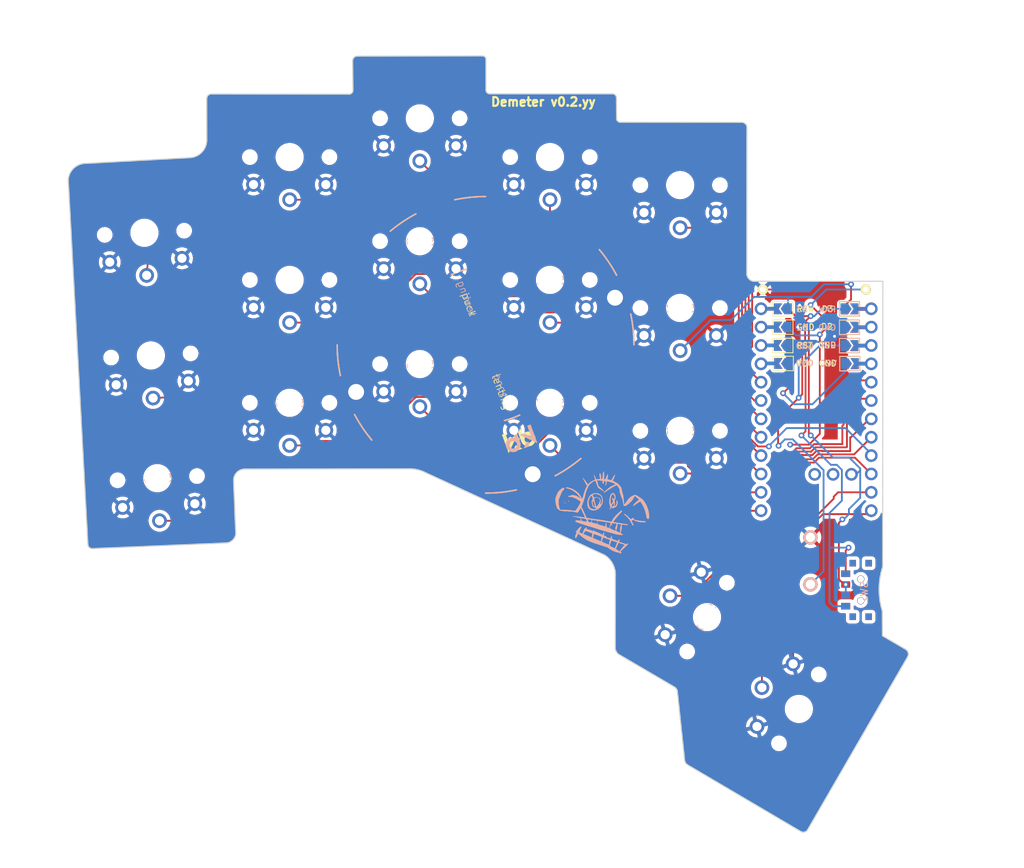
<source format=kicad_pcb>
(kicad_pcb (version 20241229) (generator "pcbnew") (generator_version "9.0")
  (layers (0 "F.Cu" signal) (2 "B.Cu" signal) (13 "F.Paste" user) (15 "B.Paste" user) (5 "F.SilkS" user "F.Silkscreen") (7 "B.SilkS" user "B.Silkscreen") (1 "F.Mask" user) (3 "B.Mask" user) (25 "Edge.Cuts" user))
  (net 0 "")
  (net 1 "BT+")
  (net 2 "gnd")
  (net 3 "vcc")
  (net 4 "Switch18")
  (net 5 "reset")
  (net 6 "Switch1")
  (net 7 "Switch2")
  (net 8 "Switch3")
  (net 9 "Switch4")
  (net 10 "Switch5")
  (net 11 "Switch6")
  (net 12 "Switch7")
  (net 13 "Switch8")
  (net 14 "Switch9")
  (net 15 "Switch10")
  (net 16 "Switch11")
  (net 17 "Switch12")
  (net 18 "Switch13")
  (net 19 "Switch14")
  (net 20 "Switch15")
  (net 21 "Switch16")
  (net 22 "Switch17")
  (net 23 "raw")
  (footprint "kbd:1pin_conn_min" (layer "F.Cu") (at 183.571918 77.344)
    (property "Reference" "Bat+1" (hide yes))
    (property "Value" "MountingHole_Pad" (hide yes))
  )
  (footprint "kbd:1pin_conn_min" (layer "F.Cu") (at 169.347918 77.344)
    (property "Reference" "BatGND1" (hide yes))
    (property "Value" "MountingHole_Pad" (hide yes))
  )
  (footprint "Kailh:SW_PG1350_rev_DPB2.2" (layer "F.Cu") (at 83.824561 69.496826 3)
    (property "Reference" "SW2" (hide yes))
    (property "Value" "SW_Push" (hide yes))
  )
  (footprint "Kailh:SW_PG1350_rev_DPB2.2" (layer "F.Cu") (at 103.91 59.02)
    (property "Reference" "SW3" (hide yes))
    (property "Value" "SW_Push" (hide yes))
  )
  (footprint "Kailh:SW_PG1350_rev_DPB2.2" (layer "F.Cu") (at 121.91 53.66)
    (property "Reference" "SW4" (hide yes))
    (property "Value" "SW_Push" (hide yes))
  )
  (footprint "Kailh:SW_PG1350_rev_DPB2.2" (layer "F.Cu") (at 139.91 59.02)
    (property "Reference" "SW5" (hide yes))
    (property "Value" "SW_Push" (hide yes))
  )
  (footprint "Kailh:SW_PG1350_rev_DPB2.2" (layer "F.Cu") (at 157.91 62.9)
    (property "Reference" "SW6" (hide yes))
    (property "Value" "SW_Push" (hide yes))
  )
  (footprint "Kailh:SW_PG1350_rev_DPB2.2" (layer "F.Cu") (at 84.714271 86.473528 3)
    (property "Reference" "SW8" (hide yes))
    (property "Value" "SW_Push" (hide yes))
  )
  (footprint "Kailh:SW_PG1350_rev_DPB2.2" (layer "F.Cu") (at 103.91 76.02)
    (property "Reference" "SW9" (hide yes))
    (property "Value" "SW_Push" (hide yes))
  )
  (footprint "Kailh:SW_PG1350_rev_DPB2.2" (layer "F.Cu") (at 121.91 70.66)
    (property "Reference" "SW10" (hide yes))
    (property "Value" "SW_Push" (hide yes))
  )
  (footprint "Kailh:SW_PG1350_rev_DPB2.2" (layer "F.Cu") (at 139.91 76.02)
    (property "Reference" "SW11" (hide yes))
    (property "Value" "SW_Push" (hide yes))
  )
  (footprint "Kailh:SW_PG1350_rev_DPB2.2" (layer "F.Cu") (at 157.91 79.9)
    (property "Reference" "SW12" (hide yes))
    (property "Value" "SW_Push" (hide yes))
  )
  (footprint "Kailh:SW_PG1350_rev_DPB2.2" (layer "F.Cu") (at 85.603983 103.45023 3)
    (property "Reference" "SW14" (hide yes))
    (property "Value" "SW_Push" (hide yes))
  )
  (footprint "Kailh:SW_PG1350_rev_DPB2.2" (layer "F.Cu") (at 103.91 93.02)
    (property "Reference" "SW15" (hide yes))
    (property "Value" "SW_Push" (hide yes))
  )
  (footprint "Kailh:SW_PG1350_rev_DPB2.2" (layer "F.Cu") (at 121.91 87.66)
    (property "Reference" "SW16" (hide yes))
    (property "Value" "SW_Push" (hide yes))
  )
  (footprint "Kailh:SW_PG1350_rev_DPB2.2" (layer "F.Cu") (at 139.91 93.02)
    (property "Reference" "SW17" (hide yes))
    (property "Value" "SW_Push" (hide yes))
  )
  (footprint "Kailh:SW_PG1350_rev_DPB2.2" (layer "F.Cu") (at 157.91 96.9)
    (property "Reference" "SW18" (hide yes))
    (property "Value" "SW_Push" (hide yes))
  )
  (footprint "Kailh:SW_PG1350_rev_DPB2.2" (layer "F.Cu") (at 161.624075 122.677892 -120)
    (property "Reference" "SW20" (hide yes))
    (property "Value" "SW_Push" (hide yes))
  )
  (footprint "Kailh:SW_PG1350_15_reversible_b2V2" (layer "F.Cu") (at 174.324075 135.377892 -120)
    (property "Reference" "SW21" (hide yes))
    (property "Value" "SW_Push" (hide yes))
  )
  (footprint "Kailh:SPDT_C128955" (layer "F.Cu") (at 182.88 118.916037 -90)
    (property "Reference" "SW_POWER1" (hide yes))
    (property "Value" "SW_SPDT")
  )
  (footprint "kbd:ProMicroSimpleJumperDPBnn2" (layer "F.Cu") (at 178.745918 91.948)
    (property "Reference" "U1" (hide yes))
    (property "Value" "ProMicro-kbd" (hide yes))
  )
  (footprint "TentingPuck:TentingPuck three hole" (layer "F.Cu") (at 131 85 20)
    (property "Reference" "REF**" (hide yes))
    (property "Value" "Tenting Puck" (hide yes))
  )
  (footprint "kbd:ResetSW" (layer "B.Cu") (at 175.925 114.89 90)
    (property "Reference" "RSW1" (hide yes))
    (property "Value" "SW_Push")
  )
  (footprint "Images:monkey silkscreen" (layer "B.Cu") (at 147 108 158)
    (property "Reference" "G***" (hide yes))
    (property "Value" "LOGO" (hide yes))
  )
  (footprint "Kailh:SPDT_C128955r" (layer "B.Cu") (at 182.857195 118.912129 90)
    (property "Reference" "SW2")
    (property "Value" "SW_SPDT")
  )
  (gr_line (start 92.434593 50.911574) (end 92.446098 56.582542) (stroke (width 0.15)) (layer "Edge.Cuts"))
  (gr_line (start 167.152226 54.98124) (end 167.132 75.098515) (stroke (width 0.15)) (layer "Edge.Cuts"))
  (gr_line (start 122.85 102.76) (end 147.46 114.09) (stroke (width 0.15)) (layer "Edge.Cuts"))
  (gr_arc (start 131.564 50.264) (mid 131.210447 50.117553) (end 131.064 49.764) (stroke (width 0.15)) (layer "Edge.Cuts"))
  (gr_arc (start 130.564 45.014) (mid 130.917553 45.160447) (end 131.064 45.514) (stroke (width 0.15)) (layer "Edge.Cuts"))
  (gr_line (start 76.001082 112.569869) (end 73.288472 62.196856) (stroke (width 0.15)) (layer "Edge.Cuts"))
  (gr_arc (start 185.868101 121.827278) (mid 185.42487 118.778881) (end 185.911057 115.737038) (stroke (width 0.15)) (layer "Edge.Cuts"))
  (gr_line (start 149.41 127.83) (end 157.180696 132.38388) (stroke (width 0.15)) (layer "Edge.Cuts"))
  (gr_line (start 112.656447 49.806447) (end 112.614589 45.671567) (stroke (width 0.15)) (layer "Edge.Cuts"))
  (gr_line (start 148.574 50.264) (end 131.564 50.264) (stroke (width 0.15)) (layer "Edge.Cuts"))
  (gr_line (start 95.212469 112.409054) (end 76.632508 113.194884) (stroke (width 0.15)) (layer "Edge.Cuts"))
  (gr_arc (start 148.574 50.264) (mid 148.945918 50.432896) (end 149.098 50.812) (stroke (width 0.15)) (layer "Edge.Cuts"))
  (gr_line (start 130.564 45.014) (end 113.254589 45.041567) (stroke (width 0.15)) (layer "Edge.Cuts"))
  (gr_arc (start 166.49 54.22) (mid 166.977781 54.464323) (end 167.152226 54.98124) (stroke (width 0.15)) (layer "Edge.Cuts"))
  (gr_line (start 112.156447 50.306447) (end 93.074593 50.281574) (stroke (width 0.15)) (layer "Edge.Cuts"))
  (gr_line (start 175.49 152.180001) (end 189.38 128.15) (stroke (width 0.15)) (layer "Edge.Cuts"))
  (gr_arc (start 96.16 103.73) (mid 96.615058 102.63798) (end 97.71 102.19) (stroke (width 0.15)) (layer "Edge.Cuts"))
  (gr_line (start 96.46 111.19) (end 96.16 103.73) (stroke (width 0.15)) (layer "Edge.Cuts"))
  (gr_arc (start 120.5 102.16) (mid 121.712838 102.311802) (end 122.85 102.76) (stroke (width 0.15)) (layer "Edge.Cuts"))
  (gr_arc (start 112.656447 49.806447) (mid 112.51 50.16) (end 112.156447 50.306447) (stroke (width 0.15)) (layer "Edge.Cuts"))
  (gr_arc (start 92.434593 50.911574) (mid 92.63 50.47) (end 93.074593 50.281574) (stroke (width 0.15)) (layer "Edge.Cuts"))
  (gr_arc (start 168.026236 76.197223) (mid 167.368638 75.819177) (end 167.132 75.098515) (stroke (width 0.15)) (layer "Edge.Cuts"))
  (gr_line (start 185.868101 121.827278) (end 185.88305 125.2612) (stroke (width 0.15)) (layer "Edge.Cuts"))
  (gr_arc (start 175.49 152.180001) (mid 175.108624 152.419527) (end 174.66 152.38) (stroke (width 0.15)) (layer "Edge.Cuts"))
  (gr_arc (start 76.632508 113.194884) (mid 76.182353 113.018182) (end 76.001082 112.569869) (stroke (width 0.15)) (layer "Edge.Cuts"))
  (gr_line (start 166.49 54.22) (end 149.618226 54.19924) (stroke (width 0.15)) (layer "Edge.Cuts"))
  (gr_line (start 90.188006 59.092542) (end 75.756732 59.893213) (stroke (width 0.15)) (layer "Edge.Cuts"))
  (gr_line (start 148.95 116.89) (end 148.94 126.79) (stroke (width 0.15)) (layer "Edge.Cuts"))
  (gr_arc (start 92.446098 56.582542) (mid 91.82 58.29) (end 90.188006 59.092542) (stroke (width 0.15)) (layer "Edge.Cuts"))
  (gr_arc (start 96.46 111.19) (mid 96.038698 112.00672) (end 95.212469 112.409054) (stroke (width 0.15)) (layer "Edge.Cuts"))
  (gr_arc (start 147.46 114.09) (mid 148.574758 115.293232) (end 148.95 116.89) (stroke (width 0.15)) (layer "Edge.Cuts"))
  (gr_arc (start 157.180696 132.38388) (mid 157.386799 132.597964) (end 157.510136 132.868323) (stroke (width 0.15)) (layer "Edge.Cuts"))
  (gr_arc (start 149.41 127.83) (mid 149.038223 127.371816) (end 148.94 126.79) (stroke (width 0.15)) (layer "Edge.Cuts"))
  (gr_arc (start 73.288472 62.196856) (mid 74.061003 60.550446) (end 75.756732 59.893213) (stroke (width 0.15)) (layer "Edge.Cuts"))
  (gr_line (start 189.06 127.11) (end 185.88305 125.2612) (stroke (width 0.15)) (layer "Edge.Cuts"))
  (gr_arc (start 112.614589 45.671567) (mid 112.81 45.23) (end 113.254589 45.041567) (stroke (width 0.15)) (layer "Edge.Cuts"))
  (gr_line (start 185.936622 76.202776) (end 168.026236 76.197223) (stroke (width 0.15)) (layer "Edge.Cuts"))
  (gr_line (start 149.118226 53.69924) (end 149.098 50.812) (stroke (width 0.15)) (layer "Edge.Cuts"))
  (gr_line (start 185.936622 76.202776) (end 185.911057 115.737038) (stroke (width 0.15)) (layer "Edge.Cuts"))
  (gr_arc (start 189.06 127.11) (mid 189.433894 127.564186) (end 189.38 128.15) (stroke (width 0.15)) (layer "Edge.Cuts"))
  (gr_arc (start 158.918624 143.109539) (mid 158.654126 142.831891) (end 158.528624 142.469539) (stroke (width 0.15)) (layer "Edge.Cuts"))
  (gr_arc (start 149.618226 54.19924) (mid 149.264673 54.052793) (end 149.118226 53.69924) (stroke (width 0.15)) (layer "Edge.Cuts"))
  (gr_line (start 97.71 102.19) (end 120.5 102.16) (stroke (width 0.15)) (layer "Edge.Cuts"))
  (gr_line (start 157.510136 132.868323) (end 158.528624 142.469539) (stroke (width 0.15)) (layer "Edge.Cuts"))
  (gr_line (start 131.064 49.764) (end 131.064 45.514) (stroke (width 0.15)) (layer "Edge.Cuts"))
  (gr_line (start 158.918624 143.109539) (end 174.66 152.38) (stroke (width 0.15)) (layer "Edge.Cuts"))
  (gr_text "Demeter v0.2.yy" (at 131.59 52.09 0) (layer "F.SilkS") (effects (font (size 1.2 1.2) (thickness 0.3) (bold yes)) (justify left bottom)))
  (segment (start 180.805 118.166037) (end 180.58 118.166037) (width 0.25) (layer "F.Cu") (net 1))
  (segment (start 179.855 117.441037) (end 179.855 109.634918) (width 0.25) (layer "F.Cu") (net 1))
  (segment (start 175.697918 97.2615) (end 175.697918 83.058) (width 0.25) (layer "F.Cu") (net 1))
  (segment (start 175.697918 83.058) (end 177.475918 81.28) (width 0.25) (layer "F.Cu") (net 1))
  (segment (start 177.475918 81.28) (end 177.475918 81.026) (width 0.25) (layer "F.Cu") (net 1))
  (segment (start 180.58 118.166037) (end 179.855 117.441037) (width 0.25) (layer "F.Cu") (net 1))
  (segment (start 179.855 109.634918) (end 180.34 109.149918) (width 0.25) (layer "F.Cu") (net 1))
  (segment (start 177.475918 81.026) (end 175.951918 79.502) (width 0.25) (layer "F.Cu") (net 1))
  (segment (start 175.972418 97.536) (end 175.697918 97.2615) (width 0.25) (layer "F.Cu") (net 1))
  (via (at 180.34 109.149918) (size 0.8) (drill 0.4) (layers "F.Cu" "B.Cu") (net 1))
  (via (at 175.951918 79.502) (size 0.8) (drill 0.4) (layers "F.Cu" "B.Cu") (net 1))
  (via (at 175.972418 97.536) (size 0.8) (drill 0.4) (layers "F.Cu" "B.Cu") (net 1))
  (via (at 180.805 118.166037) (size 0.8) (drill 0.4) (layers "F.Cu" "B.Cu") (net 1))
  (segment (start 179.020418 100.584) (end 181.285918 100.584) (width 0.25) (layer "B.Cu") (net 1))
  (segment (start 181.285918 100.584) (end 182.809918 102.108) (width 0.25) (layer "B.Cu") (net 1))
  (segment (start 175.972418 97.536) (end 179.020418 100.584) (width 0.25) (layer "B.Cu") (net 1))
  (segment (start 182.809918 105.41) (end 182.809918 105.664) (width 0.25) (layer "B.Cu") (net 1))
  (segment (start 182.809918 102.36) (end 182.809918 105.41) (width 0.25) (layer "B.Cu") (net 1))
  (segment (start 182.809918 106.172) (end 182.809918 105.41) (width 0.25) (layer "B.Cu") (net 1))
  (segment (start 180.805 119.639324) (end 180.782195 119.662129) (width 0.25) (layer "B.Cu") (net 1))
  (segment (start 180.534 109.149918) (end 181.247 108.436918) (width 0.25) (layer "B.Cu") (net 1))
  (segment (start 181.247 107.734918) (end 182.809918 106.172) (width 0.25) (layer "B.Cu") (net 1))
  (segment (start 180.34 109.149918) (end 180.534 109.149918) (width 0.25) (layer "B.Cu") (net 1))
  (segment (start 182.251918 102.918) (end 182.809918 102.36) (width 0.25) (layer "B.Cu") (net 1))
  (segment (start 181.247 108.436918) (end 181.247 107.734918) (width 0.25) (layer "B.Cu") (net 1))
  (segment (start 183.571918 77.344) (end 178.109918 77.344) (width 0.25) (layer "B.Cu") (net 1))
  (segment (start 178.109918 77.344) (end 175.951918 79.502) (width 0.25) (layer "B.Cu") (net 1))
  (segment (start 182.809918 102.108) (end 182.809918 102.36) (width 0.25) (layer "B.Cu") (net 1))
  (segment (start 181.595918 102.918) (end 182.251918 102.918) (width 0.25) (layer "B.Cu") (net 1))
  (segment (start 180.805 118.166037) (end 180.805 119.639324) (width 0.25) (layer "B.Cu") (net 1))
  (segment (start 180.615918 85.128) (end 180.660918 85.173) (width 0.25) (layer "F.Cu") (net 2))
  (segment (start 174.427918 79.248) (end 174.427918 79.502) (width 0.25) (layer "F.Cu") (net 2))
  (segment (start 173.533178 114.031822) (end 173.533178 129.147765) (width 0.25) (layer "F.Cu") (net 2))
  (segment (start 169.347918 77.344) (end 172.523918 77.344) (width 0.25) (layer "F.Cu") (net 2))
  (segment (start 172.523918 77.344) (end 174.427918 79.248) (width 0.25) (layer "F.Cu") (net 2))
  (segment (start 180.615918 85.128) (end 180.561918 85.128) (width 0.25) (layer "F.Cu") (net 2))
  (segment (start 175.925 111.64) (end 173.533178 114.031822) (width 0.25) (layer "F.Cu") (net 2))
  (segment (start 172.840918 82.548) (end 174.171918 82.548) (width 0.25) (layer "F.Cu") (net 2))
  (segment (start 180.660918 85.173) (end 180.660918 87.618) (width 0.25) (layer "F.Cu") (net 2))
  (segment (start 180.561918 85.128) (end 179.253918 83.82) (width 0.25) (layer "F.Cu") (net 2))
  (via (at 179.253918 83.82) (size 0.8) (drill 0.4) (layers "F.Cu" "B.Cu") (net 2))
  (via (at 174.427918 79.502) (size 0.8) (drill 0.4) (layers "F.Cu" "B.Cu") (net 2))
  (via (at 174.171918 82.548) (size 0.8) (drill 0.4) (layers "F.Cu" "B.Cu") (net 2))
  (segment (start 161.894001 99.684001) (end 162.91 100.7) (width 0.25) (layer "B.Cu") (net 2))
  (segment (start 174.171918 82.548) (end 177.981918 82.548) (width 0.25) (layer "B.Cu") (net 2))
  (segment (start 174.171918 82.548) (end 174.171918 79.758) (width 0.25) (layer "B.Cu") (net 2))
  (segment (start 180.525918 82.548) (end 179.253918 83.82) (width 0.25) (layer "B.Cu") (net 2))
  (segment (start 172.860918 85.133) (end 172.815918 85.088) (width 0.25) (layer "B.Cu") (net 2))
  (segment (start 172.860918 87.578) (end 172.860918 85.133) (width 0.25) (layer "B.Cu") (net 2))
  (segment (start 174.171918 79.758) (end 174.427918 79.502) (width 0.25) (layer "B.Cu") (net 2))
  (segment (start 161.894001 84.715999) (end 161.894001 99.684001) (width 0.25) (layer "B.Cu") (net 2))
  (segment (start 177.981918 82.548) (end 179.253918 83.82) (width 0.25) (layer "B.Cu") (net 2))
  (segment (start 178.491918 84.582) (end 173.321918 84.582) (width 0.25) (layer "B.Cu") (net 2))
  (segment (start 173.321918 84.582) (end 172.815918 85.088) (width 0.25) (layer "B.Cu") (net 2))
  (segment (start 180.590918 82.548) (end 180.525918 82.548) (width 0.25) (layer "B.Cu") (net 2))
  (segment (start 179.253918 83.82) (end 178.491918 84.582) (width 0.25) (layer "B.Cu") (net 2))
  (segment (start 162.91 83.7) (end 161.894001 84.715999) (width 0.25) (layer "B.Cu") (net 2))
  (segment (start 172.885918 90.95) (end 172.141918 91.694) (width 0.25) (layer "F.Cu") (net 3))
  (segment (start 172.885918 87.578) (end 172.885918 90.95) (width 0.25) (layer "F.Cu") (net 3))
  (via (at 172.141918 91.694) (size 0.8) (drill 0.4) (layers "F.Cu" "B.Cu") (net 3))
  (segment (start 176.205918 93.218) (end 173.665918 93.218) (width 0.25) (layer "B.Cu") (net 3))
  (segment (start 180.635918 88.788) (end 176.205918 93.218) (width 0.25) (layer "B.Cu") (net 3))
  (segment (start 180.635918 87.578) (end 180.635918 88.788) (width 0.25) (layer "B.Cu") (net 3))
  (segment (start 173.665918 93.218) (end 172.141918 91.694) (width 0.25) (layer "B.Cu") (net 3))
  (segment (start 175.727723 98.806) (end 177.221918 97.311805) (width 0.25) (layer "F.Cu") (net 4))
  (segment (start 177.221918 97.311805) (end 177.221918 83.566) (width 0.25) (layer "F.Cu") (net 4))
  (segment (start 177.221918 83.566) (end 178.199918 82.588) (width 0.25) (layer "F.Cu") (net 4))
  (segment (start 178.199918 82.588) (end 180.615918 82.588) (width 0.25) (layer "F.Cu") (net 4))
  (segment (start 173.120418 98.806) (end 175.727723 98.806) (width 0.25) (layer "F.Cu") (net 4))
  (via (at 177.221918 83.566) (size 0.8) (drill 0.4) (layers "F.Cu" "B.Cu") (net 4))
  (via (at 173.120418 98.806) (size 0.8) (drill 0.4) (layers "F.Cu" "B.Cu") (net 4))
  (segment (start 176.967918 83.566) (end 176.840918 83.693) (width 0.25) (layer "B.Cu") (net 4))
  (segment (start 173.960918 83.693) (end 172.815918 82.548) (width 0.25) (layer "B.Cu") (net 4))
  (segment (start 176.840918 83.693) (end 173.960918 83.693) (width 0.25) (layer "B.Cu") (net 4))
  (segment (start 177.221918 83.566) (end 176.967918 83.566) (width 0.25) (layer "B.Cu") (net 4))
  (segment (start 171.45 95.179918) (end 174.300918 92.329) (width 0.25) (layer "F.Cu") (net 5))
  (segment (start 174.797918 91.832) (end 174.300918 92.329) (width 0.25) (layer "F.Cu") (net 5))
  (segment (start 173.663918 85.088) (end 174.797918 86.222) (width 0.25) (layer "F.Cu") (net 5))
  (segment (start 171.45 98.89) (end 171.45 95.179918) (width 0.25) (layer "F.Cu") (net 5))
  (segment (start 174.797918 86.222) (end 174.797918 91.832) (width 0.25) (layer "F.Cu") (net 5))
  (segment (start 172.840918 85.088) (end 173.663918 85.088) (width 0.25) (layer "F.Cu") (net 5))
  (segment (start 171.52 98.96) (end 171.45 98.89) (width 0.25) (layer "F.Cu") (net 5))
  (via (at 174.300918 92.329) (size 0.8) (drill 0.4) (layers "F.Cu" "B.Cu") (net 5))
  (via (at 171.52 98.96) (size 0.8) (drill 0.4) (layers "F.Cu" "B.Cu") (net 5))
  (segment (start 171.52 98.96) (end 172.399 98.081) (width 0.25) (layer "B.Cu") (net 5))
  (segment (start 177.74 116.325) (end 175.925 118.14) (width 0.25) (layer "B.Cu") (net 5))
  (segment (start 173.481 98.081) (end 177.74 102.34) (width 0.25) (layer "B.Cu") (net 5))
  (segment (start 172.399 98.081) (end 173.481 98.081) (width 0.25) (layer "B.Cu") (net 5))
  (segment (start 177.74 102.34) (end 177.74 116.325) (width 0.25) (layer "B.Cu") (net 5))
  (segment (start 177.223918 85.088) (end 174.300918 88.011) (width 0.25) (layer "B.Cu") (net 5))
  (segment (start 180.590918 85.088) (end 177.223918 85.088) (width 0.25) (layer "B.Cu") (net 5))
  (segment (start 174.300918 88.011) (end 174.300918 92.329) (width 0.25) (layer "B.Cu") (net 5))
  (segment (start 165.862 84.328) (end 165.1 85.09) (width 0.25) (layer "F.Cu") (net 6))
  (segment (start 86.966298 71.035103) (end 91.249936 71.409873) (width 0.25) (layer "F.Cu") (net 6))
  (segment (start 133.615833 65.36952) (end 138.884874 70.63856) (width 0.25) (layer "F.Cu") (net 6))
  (segment (start 112.268 65.36952) (end 133.615833 65.36952) (width 0.25) (layer "F.Cu") (net 6))
  (segment (start 165.390594 91.911406) (end 165.437078 91.911406) (width 0.25) (layer "F.Cu") (net 6))
  (segment (start 165.122 91.642812) (end 165.390594 91.911406) (width 0.25) (layer "F.Cu") (net 6))
  (segment (start 84.319965 73.255641) (end 86.966298 71.035103) (width 0.25) (layer "F.Cu") (net 6))
  (segment (start 104.83628 72.15876) (end 105.47876 72.15876) (width 0.25) (layer "F.Cu") (net 6))
  (segment (start 91.249936 71.409873) (end 91.868082 72.146551) (width 0.25) (layer "F.Cu") (net 6))
  (segment (start 168.669023 99.06) (end 170.18 99.06) (width 0.25) (layer "F.Cu") (net 6))
  (segment (start 152.07 74.17) (end 161.8 74.17) (width 0.25) (layer "F.Cu") (net 6))
  (segment (start 165.1 85.09) (end 165.1 86.21344) (width 0.25) (layer "F.Cu") (net 6))
  (segment (start 166.01344 78.38344) (end 166.01344 84.328) (width 0.25) (layer "F.Cu") (net 6))
  (segment (start 104.824071 72.146551) (end 104.83628 72.15876) (width 0.25) (layer "F.Cu") (net 6))
  (segment (start 166.622604 93.096932) (end 166.622604 97.013581) (width 0.25) (layer "F.Cu") (net 6))
  (segment (start 166.01344 84.328) (end 165.862 84.328) (width 0.25) (layer "F.Cu") (net 6))
  (segment (start 84.133343 75.38874) (end 84.319965 73.255641) (width 0.25) (layer "F.Cu") (net 6))
  (segment (start 166.622604 97.013581) (end 168.669023 99.06) (width 0.25) (layer "F.Cu") (net 6))
  (segment (start 91.868082 72.146551) (end 104.824071 72.146551) (width 0.25) (layer "F.Cu") (net 6))
  (segment (start 105.47876 72.15876) (end 112.268 65.36952) (width 0.25) (layer "F.Cu") (net 6))
  (segment (start 161.8 74.17) (end 166.01344 78.38344) (width 0.25) (layer "F.Cu") (net 6))
  (segment (start 165.1 86.21344) (end 165.122 86.23544) (width 0.25) (layer "F.Cu") (net 6))
  (segment (start 165.122 86.23544) (end 165.122 91.642812) (width 0.25) (layer "F.Cu") (net 6))
  (segment (start 165.437078 91.911406) (end 166.622604 93.096932) (width 0.25) (layer "F.Cu") (net 6))
  (segment (start 138.884874 70.63856) (end 148.53856 70.63856) (width 0.25) (layer "F.Cu") (net 6))
  (segment (start 148.53856 70.63856) (end 152.07 74.17) (width 0.25) (layer "F.Cu") (net 6))
  (via (at 170.18 99.06) (size 0.8) (drill 0.4) (layers "F.Cu" "B.Cu") (net 6))
  (segment (start 170.109918 99.06) (end 172.649918 96.52) (width 0.25) (layer "B.Cu") (net 6))
  (segment (start 180.769318 96.52) (end 184.325318 100.076) (width 0.25) (layer "B.Cu") (net 6))
  (segment (start 172.649918 96.52) (end 180.769318 96.52) (width 0.25) (layer "B.Cu") (net 6))
  (segment (start 166.46344 78.16) (end 166.46344 84.582) (width 0.25) (layer "F.Cu") (net 7))
  (segment (start 152.256396 73.72) (end 148.724956 70.18856) (width 0.25) (layer "F.Cu") (net 7))
  (segment (start 166.46344 84.582) (end 166.145242 84.900198) (width 0.25) (layer "F.Cu") (net 7))
  (segment (start 139.444823 70.18904) (end 139.445303 70.18856) (width 0.25) (layer "F.Cu") (net 7))
  (segment (start 103.91 64.92) (end 133.802031 64.92) (width 0.25) (layer "F.Cu") (net 7))
  (segment (start 161.55 73.72) (end 161.986396 73.72) (width 0.25) (layer "F.Cu") (net 7))
  (segment (start 139.071071 70.18904) (end 139.444823 70.18904) (width 0.25) (layer "F.Cu") (net 7))
  (segment (start 167.098959 95.791041) (end 169.095918 97.788) (width 0.25) (layer "F.Cu") (net 7))
  (segment (start 165.618484 91.456416) (end 167.098959 92.936891) (width 0.25) (layer "F.Cu") (net 7))
  (segment (start 148.724956 70.18856) (end 139.445303 70.18856) (width 0.25) (layer "F.Cu") (net 7))
  (segment (start 165.572 85.254396) (end 165.572 91.456416) (width 0.25) (layer "F.Cu") (net 7))
  (segment (start 166.426396 78.16) (end 166.46344 78.16) (width 0.25) (layer "F.Cu") (net 7))
  (segment (start 166.145242 84.900198) (end 165.926198 84.900198) (width 0.25) (layer "F.Cu") (net 7))
  (segment (start 165.572 91.456416) (end 165.618484 91.456416) (width 0.25) (layer "F.Cu") (net 7))
  (segment (start 161.91 73.72) (end 161.55 73.72) (width 0.25) (layer "F.Cu") (net 7))
  (segment (start 161.55 73.72) (end 152.256396 73.72) (width 0.25) (layer "F.Cu") (net 7))
  (segment (start 167.098959 92.936891) (end 167.098959 95.791041) (width 0.25) (layer "F.Cu") (net 7))
  (segment (start 161.986396 73.72) (end 166.426396 78.16) (width 0.25) (layer "F.Cu") (net 7))
  (segment (start 133.802031 64.92) (end 139.071071 70.18904) (width 0.25) (layer "F.Cu") (net 7))
  (segment (start 165.926198 84.900198) (end 165.572 85.254396) (width 0.25) (layer "F.Cu") (net 7))
  (segment (start 166.022 85.659836) (end 166.022 91.186) (width 0.25) (layer "F.Cu") (net 8))
  (segment (start 166.845836 84.836) (end 166.022 85.659836) (width 0.25) (layer "F.Cu") (net 8))
  (segment (start 167.606959 93.759041) (end 169.095918 95.248) (width 0.25) (layer "F.Cu") (net 8))
  (segment (start 167.64 93.726) (end 167.606959 93.759041) (width 0.25) (layer "F.Cu") (net 8))
  (segment (start 152.442792 73.27) (end 162.494396 73.27) (width 0.25) (layer "F.Cu") (net 8))
  (segment (start 166.022 91.186) (end 167.64 92.804) (width 0.25) (layer "F.Cu") (net 8))
  (segment (start 162.494396 73.27) (end 163.652198 74.427802) (width 0.25) (layer "F.Cu") (net 8))
  (segment (start 133.988427 64.47) (end 139.257947 69.73952) (width 0.25) (layer "F.Cu") (net 8))
  (segment (start 126.82 64.47) (end 133.988427 64.47) (width 0.25) (layer "F.Cu") (net 8))
  (segment (start 166.936 77.711604) (end 166.936 84.836) (width 0.25) (layer "F.Cu") (net 8))
  (segment (start 139.258907 69.73856) (end 148.911352 69.73856) (width 0.25) (layer "F.Cu") (net 8))
  (segment (start 167.64 92.804) (end 167.64 93.726) (width 0.25) (layer "F.Cu") (net 8))
  (segment (start 148.911352 69.73856) (end 152.442792 73.27) (width 0.25) (layer "F.Cu") (net 8))
  (segment (start 139.257947 69.73952) (end 139.258907 69.73856) (width 0.25) (layer "F.Cu") (net 8))
  (segment (start 163.652198 74.427802) (end 166.936 77.711604) (width 0.25) (layer "F.Cu") (net 8))
  (segment (start 166.936 84.836) (end 166.845836 84.836) (width 0.25) (layer "F.Cu") (net 8))
  (segment (start 121.91 59.56) (end 126.82 64.47) (width 0.25) (layer "F.Cu") (net 8))
  (segment (start 166.472 90.999604) (end 168.180396 92.708) (width 0.25) (layer "F.Cu") (net 9))
  (segment (start 149.097748 69.28856) (end 142.20856 69.28856) (width 0.25) (layer "F.Cu") (net 9))
  (segment (start 139.91 66.99) (end 139.91 64.92) (width 0.25) (layer "F.Cu") (net 9))
  (segment (start 142.20856 69.28856) (end 139.91 66.99) (width 0.25) (layer "F.Cu") (net 9))
  (segment (start 154.032 72.782) (end 154.03 72.78) (width 0.25) (layer "F.Cu") (net 9))
  (segment (start 162.778 72.782) (end 154.032 72.782) (width 0.25) (layer "F.Cu") (net 9))
  (segment (start 167.386 77.978) (end 167.386 85.09) (width 0.25) (layer "F.Cu") (net 9))
  (segment (start 153.99 72.82) (end 152.629188 72.82) (width 0.25) (layer "F.Cu") (net 9))
  (segment (start 154.03 72.78) (end 153.99 72.82) (width 0.25) (layer "F.Cu") (net 9))
  (segment (start 152.629188 72.82) (end 149.097748 69.28856) (width 0.25) (layer "F.Cu") (net 9))
  (segment (start 167.386 77.39) (end 167.386 77.978) (width 0.25) (layer "F.Cu") (net 9))
  (segment (start 162.778 72.782) (end 167.386 77.39) (width 0.25) (layer "F.Cu") (net 9))
  (segment (start 166.472 86.004) (end 166.472 90.999604) (width 0.25) (layer "F.Cu") (net 9))
  (segment (start 167.386 85.09) (end 166.472 86.004) (width 0.25) (layer "F.Cu") (net 9))
  (segment (start 168.180396 92.708) (end 169.095918 92.708) (width 0.25) (layer "F.Cu") (net 9))
  (segment (start 159.432396 68.8) (end 157.91 68.8) (width 0.25) (layer "F.Cu") (net 10))
  (segment (start 167.848396 77.216) (end 159.432396 68.8) (width 0.25) (layer "F.Cu") (net 10))
  (segment (start 167.86952 77.216) (end 167.848396 77.216) (width 0.25) (layer "F.Cu") (net 10))
  (segment (start 169.095918 90.168) (end 167.065918 88.138) (width 0.25) (layer "F.Cu") (net 10))
  (segment (start 167.86952 85.242876) (end 167.86952 77.216) (width 0.25) (layer "F.Cu") (net 10))
  (segment (start 166.922 88.138) (end 166.922 86.190396) (width 0.25) (layer "F.Cu") (net 10))
  (segment (start 166.922 86.190396) (end 167.86952 85.242876) (width 0.25) (layer "F.Cu") (net 10))
  (segment (start 167.065918 88.138) (end 166.922 88.138) (width 0.25) (layer "F.Cu") (net 10))
  (segment (start 164.672 91.829208) (end 166.060792 93.218) (width 0.25) (layer "F.Cu") (net 11))
  (segment (start 166.107276 93.218) (end 166.107276 97.339358) (width 0.25) (layer "F.Cu") (net 11))
  (segment (start 93.531815 90.511352) (end 91.741833 92.013326) (width 0.25) (layer "F.Cu") (net 11))
  (segment (start 163.161188 87.62) (end 164.672 89.130812) (width 0.25) (layer "F.Cu") (net 11))
  (segment (start 93.632037 88.485963) (end 102.616 79.502) (width 0.25) (layer "F.Cu") (net 11))
  (segment (start 141.978112 79.61896) (end 149.284198 86.925046) (width 0.25) (layer "F.Cu") (net 11))
  (segment (start 150.33 87.62) (end 163.161188 87.62) (width 0.25) (layer "F.Cu") (net 11))
  (segment (start 123.469969 74.749969) (end 126.095 77.375) (width 0.25) (layer "F.Cu") (net 11))
  (segment (start 126.095 77.375) (end 136.430717 77.375) (width 0.25) (layer "F.Cu") (net 11))
  (segment (start 138.674677 79.61896) (end 141.978112 79.61896) (width 0.25) (layer "F.Cu") (net 11))
  (segment (start 164.672 89.130812) (end 164.672 91.829208) (width 0.25) (layer "F.Cu") (net 11))
  (segment (start 166.060792 93.218) (end 166.107276 93.218) (width 0.25) (layer "F.Cu") (net 11))
  (segment (start 93.632037 89.365814) (end 93.632037 88.485963) (width 0.25) (layer "F.Cu") (net 11))
  (segment (start 121.168543 74.749969) (end 123.469969 74.749969) (width 0.25) (layer "F.Cu") (net 11))
  (segment (start 107.188 81.46048) (end 114.458032 81.46048) (width 0.25) (layer "F.Cu") (net 11))
  (segment (start 166.107276 97.339358) (end 169.095918 100.328) (width 0.25) (layer "F.Cu") (net 11))
  (segment (start 85.023054 92.365442) (end 91.741833 92.013326) (width 0.25) (layer "F.Cu") (net 11))
  (segment (start 136.430717 77.375) (end 138.674677 79.61896) (width 0.25) (layer "F.Cu") (net 11))
  (segment (start 149.284198 86.925046) (end 149.635046 86.925046) (width 0.25) (layer "F.Cu") (net 11))
  (segment (start 114.458032 81.46048) (end 121.168543 74.749969) (width 0.25) (layer "F.Cu") (net 11))
  (segment (start 102.616 79.502) (end 105.22952 79.502) (width 0.25) (layer "F.Cu") (net 11))
  (segment (start 105.22952 79.502) (end 107.188 81.46048) (width 0.25) (layer "F.Cu") (net 11))
  (segment (start 93.632037 89.365814) (end 93.531815 90.511352) (width 0.25) (layer "F.Cu") (net 11))
  (segment (start 149.635046 86.925046) (end 150.33 87.62) (width 0.25) (layer "F.Cu") (net 11))
  (segment (start 149.154566 87.430453) (end 149.794113 88.07) (width 0.25) (layer "F.Cu") (net 12))
  (segment (start 136.76 78.34) (end 138.48848 80.06848) (width 0.25) (layer "F.Cu") (net 12))
  (segment (start 167.299741 101.178259) (end 169.4294 103.307918) (width 0.25) (layer "F.Cu") (net 12))
  (segment (start 141.791914 80.06848) (end 149.098 87.374566) (width 0.25) (layer "F.Cu") (net 12))
  (segment (start 167.136304 101.014822) (end 167.299741 101.178259) (width 0.25) (layer "F.Cu") (net 12))
  (segment (start 164.222 89.317208) (end 164.222 92.015604) (width 0.25) (layer "F.Cu") (net 12))
  (segment (start 149.794113 88.07) (end 162.974792 88.07) (width 0.25) (layer "F.Cu") (net 12))
  (segment (start 136.652 78.232) (end 136.76 78.34) (width 0.25) (layer "F.Cu") (net 12))
  (segment (start 121.354741 75.199489) (end 122.903489 75.199489) (width 0.25) (layer "F.Cu") (net 12))
  (segment (start 125.529 77.825) (end 136.245 77.825) (width 0.25) (layer "F.Cu") (net 12))
  (segment (start 149.098 87.374566) (end 149.154566 87.374566) (width 0.25) (layer "F.Cu") (net 12))
  (segment (start 162.974792 88.07) (end 164.222 89.317208) (width 0.25) (layer "F.Cu") (net 12))
  (segment (start 165.657276 93.45088) (end 165.657276 99.535794) (width 0.25) (layer "F.Cu") (net 12))
  (segment (start 138.48848 80.06848) (end 141.791914 80.06848) (width 0.25) (layer "F.Cu") (net 12))
  (segment (start 164.222 92.015604) (end 165.657276 93.45088) (width 0.25) (layer "F.Cu") (net 12))
  (segment (start 103.91 81.92) (end 114.63423 81.92) (width 0.25) (layer "F.Cu") (net 12))
  (segment (start 114.63423 81.92) (end 121.354741 75.199489) (width 0.25) (layer "F.Cu") (net 12))
  (segment (start 122.903489 75.199489) (end 125.529 77.825) (width 0.25) (layer "F.Cu") (net 12))
  (segment (start 165.657276 99.535794) (end 167.299741 101.178259) (width 0.25) (layer "F.Cu") (net 12))
  (segment (start 136.245 77.825) (end 136.76 78.34) (width 0.25) (layer "F.Cu") (net 12))
  (segment (start 149.154566 87.374566) (end 149.154566 87.430453) (width 0.25) (layer "F.Cu") (net 12))
  (segment (start 138.76 80.51848) (end 138.302084 80.51848) (width 0.25) (layer "F.Cu") (net 13))
  (segment (start 138.302084 80.51848) (end 136.058604 78.275) (width 0.25) (layer "F.Cu") (net 13))
  (segment (start 141.605717 80.518) (end 149.607717 88.52) (width 0.25) (layer "F.Cu") (net 13))
  (segment (start 163.772 92.202) (end 165.207276 93.637276) (width 0.25) (layer "F.Cu") (net 13))
  (segment (start 165.207276 93.637276) (end 165.207276 103.011328) (width 0.25) (layer "F.Cu") (net 13))
  (segment (start 123.625 78.275) (end 121.91 76.56) (width 0.25) (layer "F.Cu") (net 13))
  (segment (start 167.603948 105.408) (end 169.095918 105.408) (width 0.25) (layer "F.Cu") (net 13))
  (segment (start 136.058604 78.275) (end 123.625 78.275) (width 0.25) (layer "F.Cu") (net 13))
  (segment (start 163.772 89.503604) (end 163.772 92.202) (width 0.25) (layer "F.Cu") (net 13))
  (segment (start 162.788396 88.52) (end 163.772 89.503604) (width 0.25) (layer "F.Cu") (net 13))
  (segment (start 165.207276 103.011328) (end 167.603948 105.408) (width 0.25) (layer "F.Cu") (net 13))
  (segment (start 149.607717 88.52) (end 162.788396 88.52) (width 0.25) (layer "F.Cu") (net 13))
  (segment (start 138.76 80.51848) (end 139.68952 80.51848) (width 0.25) (layer "F.Cu") (net 13))
  (segment (start 139.68952 80.51848) (end 139.69 80.518) (width 0.25) (layer "F.Cu") (net 13))
  (segment (start 138.76 80.51848) (end 138.22848 80.51848) (width 0.25) (layer "F.Cu") (net 13))
  (segment (start 139.69 80.518) (end 141.605717 80.518) (width 0.25) (layer "F.Cu") (net 13))
  (segment (start 164.757276 93.891276) (end 164.757276 103.197724) (width 0.25) (layer "F.Cu") (net 14))
  (segment (start 166.8705 107.4345) (end 167.3935 107.9575) (width 0.25) (layer "F.Cu") (net 14))
  (segment (start 166.8705 105.310948) (end 166.8705 107.4345) (width 0.25) (layer "F.Cu") (net 14))
  (segment (start 163.322 89.69) (end 163.322 92.456) (width 0.25) (layer "F.Cu") (net 14))
  (segment (start 167.3935 107.9575) (end 169.086418 107.9575) (width 0.25) (layer "F.Cu") (net 14))
  (segment (start 169.086418 107.9575) (end 169.095918 107.948) (width 0.25) (layer "F.Cu") (net 14))
  (segment (start 162.602 88.97) (end 163.322 89.69) (width 0.25) (layer "F.Cu") (net 14))
  (segment (start 139.954 81.932) (end 142.384 81.932) (width 0.25) (layer "F.Cu") (net 14))
  (segment (start 142.384 81.932) (end 149.422 88.97) (width 0.25) (layer "F.Cu") (net 14))
  (segment (start 163.322 92.456) (end 164.757276 93.891276) (width 0.25) (layer "F.Cu") (net 14))
  (segment (start 149.422 88.97) (end 162.602 88.97) (width 0.25) (layer "F.Cu") (net 14))
  (segment (start 164.757276 103.197724) (end 166.8705 105.310948) (width 0.25) (layer "F.Cu") (net 14))
  (segment (start 181.539918 76.6195) (end 181.539918 78.71438) (width 0.25) (layer "F.Cu") (net 15))
  (segment (start 181.539918 78.71438) (end 180.615918 79.63838) (width 0.25) (layer "F.Cu") (net 15))
  (segment (start 180.615918 79.63838) (end 180.615918 80.048) (width 0.25) (layer "F.Cu") (net 15))
  (via (at 181.539918 76.6195) (size 0.8) (drill 0.4) (layers "F.Cu" "B.Cu") (net 15))
  (segment (start 172.89 78.3675) (end 168.138961 78.3675) (width 0.25) (layer "B.Cu") (net 15))
  (segment (start 162.146769 81.563231) (end 164.943231 81.563231) (width 0.25) (layer "B.Cu") (net 15))
  (segment (start 176.052 78.3675) (end 172.89 78.3675) (width 0.25) (layer "B.Cu") (net 15))
  (segment (start 172.815918 80.008) (end 172.815918 78.441582) (width 0.25) (layer "B.Cu") (net 15))
  (segment (start 172.815918 80.008) (end 172.649918 80.174) (width 0.25) (layer "B.Cu") (net 15))
  (segment (start 177.8 76.6195) (end 176.052 78.3675) (width 0.25) (layer "B.Cu") (net 15))
  (segment (start 172.649918 80.174) (end 172.649918 80.58362) (width 0.25) (layer "B.Cu") (net 15))
  (segment (start 181.539918 76.6195) (end 177.8 76.6195) (width 0.25) (layer "B.Cu") (net 15))
  (segment (start 172.815918 78.441582) (end 172.89 78.3675) (width 0.25) (layer "B.Cu") (net 15))
  (segment (start 157.91 85.8) (end 162.146769 81.563231) (width 0.25) (layer "B.Cu") (net 15))
  (segment (start 168.138961 78.3675) (end 164.943231 81.563231) (width 0.25) (layer "B.Cu") (net 15))
  (segment (start 172.72 108.07002) (end 172.72 103.124) (width 0.25) (layer "F.Cu") (net 16))
  (segment (start 126.228678 94.65296) (end 130.83296 94.65296) (width 0.25) (layer "F.Cu") (net 16))
  (segment (start 160.11 99.96) (end 160.33 100.18) (width 0.25) (layer "F.Cu") (net 16))
  (segment (start 102.875885 97.287885) (end 104.642115 97.287885) (width 0.25) (layer "F.Cu") (net 16))
  (segment (start 104.642115 97.287885) (end 105.65223 98.298) (width 0.25) (layer "F.Cu") (net 16))
  (segment (start 85.912765 109.342144) (end 93.987856 109.342144) (width 0.25) (layer "F.Cu") (net 16))
  (segment (start 130.83296 94.65296) (end 132.65 96.47) (width 0.25) (layer "F.Cu") (net 16))
  (segment (start 172.845918 100.458082) (end 173.99 99.314) (width 0.25) (layer "F.Cu") (net 16))
  (segment (start 170.71402 110.076) (end 172.72 108.07002) (width 0.25) (layer "F.Cu") (net 16))
  (segment (start 148.97344 99.74344) (end 151.68 102.45) (width 0.25) (layer "F.Cu") (net 16))
  (segment (start 180.34 96.195918) (end 180.34 98.735918) (width 0.25) (layer "F.Cu") (net 16))
  (segment (start 139.346942 96.266) (end 140.84 96.266) (width 0.25) (layer "F.Cu") (net 16))
  (segment (start 172.845918 102.998082) (end 172.845918 100.458082) (width 0.25) (layer "F.Cu") (net 16))
  (segment (start 176.434201 98.735918) (end 177.546 98.735918) (width 0.25) (layer "F.Cu") (net 16))
  (segment (start 123.343687 91.767969) (end 126.228678 94.65296) (width 0.25) (layer "F.Cu") (net 16))
  (segment (start 155.780812 99.96) (end 160.11 99.96) (width 0.25) (layer "F.Cu") (net 16))
  (segment (start 151.68 102.45) (end 153.290812 102.45) (width 0.25) (layer "F.Cu") (net 16))
  (segment (start 177.546 98.735918) (end 177.292 98.735918) (width 0.25) (layer "F.Cu") (net 16))
  (segment (start 117.224 94.914) (end 120.370031 91.767969) (width 0.25) (layer "F.Cu") (net 16))
  (segment (start 95.43423 102.705368) (end 99.823943 98.315655) (width 0.25) (layer "F.Cu") (net 16))
  (segment (start 140.84 96.293208) (end 142.734198 98.187406) (width 0.25) (layer "F.Cu") (net 16))
  (segment (start 101.848115 98.315655) (end 102.875885 97.287885) (width 0.25) (layer "F.Cu") (net 16))
  (segment (start 160.33 101.218052) (end 166.021948 106.91) (width 0.25) (layer "F.Cu") (net 16))
  (segment (start 114.494 94.914) (end 117.224 94.914) (width 0.25) (layer "F.Cu") (net 16))
  (segment (start 182.301918 89.916) (end 180.523918 91.694) (width 0.25) (layer "F.Cu") (net 16))
  (segment (start 166.079156 106.91) (end 166.079156 107.279552) (width 0.25) (layer "F.Cu") (net 16))
  (segment (start 142.734198 98.789406) (end 143.688232 99.74344) (width 0.25) (layer "F.Cu") (net 16))
  (segment (start 180.523918 91.694) (end 180.523918 96.012) (width 0.25) (layer "F.Cu") (net 16))
  (segment (start 172.72 103.124) (end 172.845918 102.998082) (width 0.25) (layer "F.Cu") (net 16))
  (segment (start 153.290812 102.45) (end 155.780812 99.96) (width 0.25) (layer "F.Cu") (net 16))
  (segment (start 140.84 96.266) (end 140.84 96.293208) (width 0.25) (layer "F.Cu") (net 16))
  (segment (start 160.33 100.18) (end 160.33 101.218052) (width 0.25) (layer "F.Cu") (net 16))
  (segment (start 180.34 98.735918) (end 177.546 98.735918) (width 0.25) (layer "F.Cu") (net 16))
  (segment (start 143.688232 99.74344) (end 148.97344 99.74344) (width 0.25) (layer "F.Cu") (net 16))
  (segment (start 184.325318 89.916) (end 182.301918 89.916) (width 0.25) (layer "F.Cu") (net 16))
  (segment (start 166.021948 106.91) (end 166.079156 106.91) (width 0.25) (layer "F.Cu") (net 16))
  (segment (start 120.370031 91.767969) (end 123.343687 91.767969) (width 0.25) (layer "F.Cu") (net 16))
  (segment (start 136.221471 99.391471) (end 139.346942 96.266) (width 0.25) (layer "F.Cu") (net 16))
  (segment (start 93.987856 109.342144) (end 95.43423 107.89577) (width 0.25) (layer "F.Cu") (net 16))
  (segment (start 180.523918 96.012) (end 180.34 96.195918) (width 0.25) (layer "F.Cu") (net 16))
  (segment (start 105.65223 98.298) (end 111.11 98.298) (width 0.25) (layer "F.Cu") (net 16))
  (segment (start 132.65 99.391471) (end 136.221471 99.391471) (width 0.25) (layer "F.Cu") (net 16))
  (segment (start 175.856119 99.314) (end 176.434201 98.735918) (width 0.25) (layer "F.Cu") (net 16))
  (segment (start 111.11 98.298) (end 114.494 94.914) (width 0.25) (layer "F.Cu") (net 16))
  (segment (start 99.823943 98.315655) (end 101.848115 98.315655) (width 0.25) (layer "F.Cu") (net 16))
  (segment (start 132.65 96.47) (end 132.65 99.391471) (width 0.25) (layer "F.Cu") (net 16))
  (segment (start 142.734198 98.187406) (end 142.734198 98.789406) (width 0.25) (layer "F.Cu") (net 16))
  (segment (start 168.875604 110.076) (end 170.71402 110.076) (width 0.25) (layer "F.Cu") (net 16))
  (segment (start 166.079156 107.279552) (end 168.875604 110.076) (width 0.25) (layer "F.Cu") (net 16))
  (segment (start 173.99 99.314) (end 175.856119 99.314) (width 0.25) (layer "F.Cu") (net 16))
  (segment (start 95.43423 107.89577) (end 95.43423 102.705368) (width 0.25) (layer "F.Cu") (net 16))
  (segment (start 108.118 98.92) (end 108.29 98.748) (width 0.25) (layer "F.Cu") (net 17))
  (segment (start 140.626396 96.716) (end 142.284198 98.373802) (width 0.25) (layer "F.Cu") (net 17))
  (segment (start 159.75 100.41) (end 159.88 100.54) (width 0.25) (layer "F.Cu") (net 17))
  (segment (start 176.003257 99.803257) (end 176.620597 99.185918) (width 0.25) (layer "F.Cu") (net 17))
  (segment (start 168.656 110.526) (end 170.900416 110.526) (width 0.25) (layer "F.Cu") (net 17))
  (segment (start 165.89276 107.76276) (end 168.656 110.526) (width 0.25) (layer "F.Cu") (net 17))
  (segment (start 132.463604 99.841471) (end 136.407867 99.841471) (width 0.25) (layer "F.Cu") (net 17))
  (segment (start 139.533338 96.716) (end 140.626396 96.716) (width 0.25) (layer "F.Cu") (net 17))
  (segment (start 180.973918 99.118) (end 180.973918 94.234) (width 0.25) (layer "F.Cu") (net 17))
  (segment (start 160.118466 101.642914) (end 165.629156 107.153604) (width 0.25) (layer "F.Cu") (net 17))
  (segment (start 170.900416 110.526) (end 173.228 108.198416) (width 0.25) (layer "F.Cu") (net 17))
  (segment (start 174.186 99.764) (end 175.964 99.764) (width 0.25) (layer "F.Cu") (net 17))
  (segment (start 159.88 100.54) (end 159.88 101.415828) (width 0.25) (layer "F.Cu") (net 17))
  (segment (start 142.284198 98.373802) (end 142.284198 98.975802) (width 0.25) (layer "F.Cu") (net 17))
  (segment (start 126.04248 95.10248) (end 130.646084 95.10248) (width 0.25) (layer "F.Cu") (net 17))
  (segment (start 180.906 99.185918) (end 180.973918 99.118) (width 0.25) (layer "F.Cu") (net 17))
  (segment (start 117.981115 95.591115) (end 121.354741 92.217489) (width 0.25) (layer "F.Cu") (net 17))
  (segment (start 173.228 103.436314) (end 173.356396 103.307918) (width 0.25) (layer "F.Cu") (net 17))
  (segment (start 165.629156 107.465948) (end 165.89276 107.729552) (width 0.25) (layer "F.Cu") (net 17))
  (segment (start 155.967208 100.41) (end 159.75 100.41) (width 0.25) (layer "F.Cu") (net 17))
  (segment (start 173.366 100.584) (end 174.186 99.764) (width 0.25) (layer "F.Cu") (net 17))
  (segment (start 159.88 101.415828) (end 160.107086 101.642914) (width 0.25) (layer "F.Cu") (net 17))
  (segment (start 121.354741 92.217489) (end 123.157489 92.217489) (width 0.25) (layer "F.Cu") (net 17))
  (segment (start 108.29 98.748) (end 111.296396 98.748) (width 0.25) (layer "F.Cu") (net 17))
  (segment (start 123.157489 92.217489) (end 126.04248 95.10248) (width 0.25) (layer "F.Cu") (net 17))
  (segment (start 150.260396 101.683356) (end 150.260396 101.939604) (width 0.25) (layer "F.Cu") (net 17))
  (segment (start 182.751918 92.456) (end 184.325318 92.456) (width 0.25) (layer "F.Cu") (net 17))
  (segment (start 136.407867 99.841471) (end 139.533338 96.716) (width 0.25) (layer "F.Cu") (net 17))
  (segment (start 153.167208 103.21) (end 155.967208 100.41) (width 0.25) (layer "F.Cu") (net 17))
  (segment (start 165.629156 107.153604) (end 165.629156 107.465948) (width 0.25) (layer "F.Cu") (net 17))
  (segment (start 175.964 99.764) (end 176.003257 99.803257) (width 0.25) (layer "F.Cu") (net 17))
  (segment (start 150.260396 101.939604) (end 151.530792 103.21) (width 0.25) (layer "F.Cu") (net 17))
  (segment (start 143.501356 100.19296) (end 148.77 100.19296) (width 0.25) (layer "F.Cu") (net 17))
  (segment (start 180.973918 94.234) (end 182.751918 92.456) (width 0.25) (layer "F.Cu") (net 17))
  (segment (start 114.453281 95.591115) (end 117.981115 95.591115) (width 0.25) (layer "F.Cu") (net 17))
  (segment (start 160.107086 101.642914) (end 160.118466 101.642914) (width 0.25) (layer "F.Cu") (net 17))
  (segment (start 165.89276 107.729552) (end 165.89276 107.76276) (width 0.25) (layer "F.Cu") (net 17))
  (segment (start 103.91 98.92) (end 108.118 98.92) (width 0.25) (layer "F.Cu") (net 17))
  (segment (start 173.356396 100.584) (end 173.366 100.584) (width 0.25) (layer "F.Cu") (net 17))
  (segment (start 151.530792 103.21) (end 153.167208 103.21) (width 0.25) (layer "F.Cu") (net 17))
  (segment (start 148.77 100.19296) (end 150.260396 101.683356) (width 0.25) (layer "F.Cu") (net 17))
  (segment (start 111.296396 98.748) (end 114.453281 95.591115) (width 0.25) (layer "F.Cu") (net 17))
  (segment (start 132.2 96.656396) (end 132.2 99.577867) (width 0.25) (layer "F.Cu") (net 17))
  (segment (start 130.646084 95.10248) (end 132.2 96.656396) (width 0.25) (layer "F.Cu") (net 17))
  (segment (start 132.2 99.577867) (end 132.463604 99.841471) (width 0.25) (layer "F.Cu") (net 17))
  (segment (start 173.228 108.198416) (end 173.228 103.436314) (width 0.25) (layer "F.Cu") (net 17))
  (segment (start 173.356396 103.307918) (end 173.356396 100.584) (width 0.25) (layer "F.Cu") (net 17))
  (segment (start 142.284198 98.975802) (end 143.501356 100.19296) (width 0.25) (layer "F.Cu") (net 17))
  (segment (start 176.620597 99.185918) (end 180.906 99.185918) (width 0.25) (layer "F.Cu") (net 17))
  (segment (start 171.086812 110.976) (end 173.678 108.384812) (width 0.25) (layer "F.Cu") (net 18))
  (segment (start 141.63076 98.35676) (end 141.63076 98.95876) (width 0.25) (layer "F.Cu") (net 18))
  (segment (start 173.678 103.69) (end 173.869198 103.498802) (width 0.25) (layer "F.Cu") (net 18))
  (segment (start 129.286 95.806) (end 129.54 95.552) (width 0.25) (layer "F.Cu") (net 18))
  (segment (start 165.179156 107.34) (end 165.179156 107.685552) (width 0.25) (layer "F.Cu") (net 18))
  (segment (start 177.59471 99.706) (end 181.423918 99.706) (width 0.25) (layer "F.Cu") (net 18))
  (segment (start 165.167776 107.34) (end 165.179156 107.34) (width 0.25) (layer "F.Cu") (net 18))
  (segment (start 132.277208 100.291471) (end 131.75 99.764263) (width 0.25) (layer "F.Cu") (net 18))
  (segment (start 136.981521 99.904213) (end 136.594263 100.291471) (width 0.25) (layer "F.Cu") (net 18))
  (segment (start 136.981521 100.026709) (end 136.717719 100.290511) (width 0.25) (layer "F.Cu") (net 18))
  (segment (start 140.44 97.166) (end 139.719734 97.166) (width 0.25) (layer "F.Cu") (net 18))
  (segment (start 181.423918 97.79) (end 181.531318 97.79) (width 0.25) (layer "F.Cu") (net 18))
  (segment (start 174.372396 100.214) (end 174.752 100.214) (width 0.25) (layer "F.Cu") (net 18))
  (segment (start 173.869198 103.498802) (end 173.869198 100.717198) (width 0.25) (layer "F.Cu") (net 18))
  (segment (start 176.784 99.658911) (end 177.547621 99.658911) (width 0.25) (layer "F.Cu") (net 18))
  (segment (start 143.31448 100.64248) (end 148.53 100.64248) (width 0.25) (layer "F.Cu") (net 18))
  (segment (start 174.752 100.214) (end 174.791257 100.253257) (width 0.25) (layer "F.Cu") (net 18))
  (segment (start 156.153604 100.86) (end 159.36 100.86) (width 0.25) (layer "F.Cu") (net 18))
  (segment (start 153.353604 103.66) (end 156.153604 100.86) (width 0.25) (layer "F.Cu") (net 18))
  (segment (start 121.91 93.558) (end 124.158 95.806) (width 0.25) (layer "F.Cu") (net 18))
  (segment (start 141.63076 98.95876) (end 143.31448 100.64248) (width 0.25) (layer "F.Cu") (net 18))
  (segment (start 136.594263 100.291471) (end 132.277208 100.291471) (width 0.25) (layer "F.Cu") (net 18))
  (segment (start 173.869198 100.717198) (end 174.372396 100.214) (width 0.25) (layer "F.Cu") (net 18))
  (segment (start 159.43 101.602224) (end 165.167776 107.34) (width 0.25) (layer "F.Cu") (net 18))
  (segment (start 181.423918 99.706) (end 181.423918 97.79) (width 0.25) (layer "F.Cu") (net 18))
  (segment (start 176.189653 100.253257) (end 176.784 99.658911) (width 0.25) (layer "F.Cu") (net 18))
  (segment (start 148.53 100.845604) (end 151.344396 103.66) (width 0.25) (layer "F.Cu") (net 18))
  (segment (start 130.459688 95.55248) (end 129.57 95.55248) (width 0.25) (layer "F.Cu") (net 18))
  (segment (start 159.43 100.93) (end 159.43 101.602224) (width 0.25) (layer "F.Cu") (net 18))
  (segment (start 140.44 97.166) (end 141.63076 98.35676) (width 0.25) (layer "F.Cu") (net 18))
  (segment (start 168.469604 110.976) (end 171.086812 110.976) (width 0.25) (layer "F.Cu") (net 18))
  (segment (start 136.981521 99.904213) (end 136.981521 100.026709) (width 0.25) (layer "F.Cu") (net 18))
  (segment (start 131.75 99.764263) (end 131.75 96.842792) (width 0.25) (layer "F.Cu") (net 18))
  (segment (start 174.791257 100.253257) (end 176.189653 100.253257) (width 0.25) (layer "F.Cu") (net 18))
  (segment (start 124.158 95.806) (end 129.286 95.806) (width 0.25) (layer "F.Cu") (net 18))
  (segment (start 173.678 108.384812) (end 173.678 103.69) (width 0.25) (layer "F.Cu") (net 18))
  (segment (start 165.179156 107.685552) (end 168.469604 110.976) (width 0.25) (layer "F.Cu") (net 18))
  (segment (start 159.36 100.86) (end 159.43 100.93) (width 0.25) (layer "F.Cu") (net 18))
  (segment (start 151.344396 103.66) (end 153.353604 103.66) (width 0.25) (layer "F.Cu") (net 18))
  (segment (start 148.53 100.64248) (end 148.53 100.845604) (width 0.25) (layer "F.Cu") (net 18))
  (segment (start 177.547621 99.658911) (end 177.59471 99.706) (width 0.25) (layer "F.Cu") (net 18))
  (segment (start 139.719734 97.166) (end 136.981521 99.904213) (width 0.25) (layer "F.Cu") (net 18))
  (segment (start 181.531318 97.79) (end 184.325318 94.996) (width 0.25) (layer "F.Cu") (net 18))
  (segment (start 131.75 96.842792) (end 130.459688 95.55248) (width 0.25) (layer "F.Cu") (net 18))
  (segment (start 164.634984 107.777776) (end 168.283208 111.426) (width 0.25) (layer "F.Cu") (net 19))
  (segment (start 174.319198 103.948802) (end 174.319198 100.903594) (width 0.25) (layer "F.Cu") (net 19))
  (segment (start 181.967918 100.156) (end 184.335918 97.788) (width 0.25) (layer "F.Cu") (net 19))
  (segment (start 151.158 104.11) (end 153.54 104.11) (width 0.25) (layer "F.Cu") (net 19))
  (segment (start 153.54 104.11) (end 156.34 101.31) (width 0.25) (layer "F.Cu") (net 19))
  (segment (start 158.98 101.31) (end 158.98 101.78862) (width 0.25) (layer "F.Cu") (net 19))
  (segment (start 174.128 108.574) (end 174.128 104.14) (width 0.25) (layer "F.Cu") (net 19))
  (segment (start 168.283208 111.426) (end 171.276 111.426) (width 0.25) (layer "F.Cu") (net 19))
  (segment (start 171.276 111.426) (end 174.128 108.574) (width 0.25) (layer "F.Cu") (net 19))
  (segment (start 174.128 104.14) (end 174.319198 103.948802) (width 0.25) (layer "F.Cu") (net 19))
  (segment (start 148.14 101.092) (end 151.158 104.11) (width 0.25) (layer "F.Cu") (net 19))
  (segment (start 142.096 101.092) (end 148.14 101.092) (width 0.25) (layer "F.Cu") (net 19))
  (segment (start 164.634984 107.443604) (end 164.634984 107.777776) (width 0.25) (layer "F.Cu") (net 19))
  (segment (start 176.92331 100.156) (end 181.967918 100.156) (width 0.25) (layer "F.Cu") (net 19))
  (segment (start 139.954 98.95) (end 142.096 101.092) (width 0.25) (layer "F.Cu") (net 19))
  (segment (start 158.98 101.78862) (end 164.634984 107.443604) (width 0.25) (layer "F.Cu") (net 19))
  (segment (start 156.34 101.31) (end 158.98 101.31) (width 0.25) (layer "F.Cu") (net 19))
  (segment (start 174.319198 100.903594) (end 174.384792 100.838) (width 0.25) (layer "F.Cu") (net 19))
  (segment (start 174.384792 100.838) (end 176.241308 100.838) (width 0.25) (layer "F.Cu") (net 19))
  (segment (start 176.241308 100.838) (end 176.92331 100.156) (width 0.25) (layer "F.Cu") (net 19))
  (segment (start 174.769198 104.135198) (end 174.769198 101.328802) (width 0.25) (layer "F.Cu") (net 20))
  (segment (start 157.91 102.23684) (end 158.56516 102.892) (width 0.25) (layer "F.Cu") (net 20))
  (segment (start 157.91 102.8) (end 159.354984 102.8) (width 0.25) (layer "F.Cu") (net 20))
  (segment (start 174.578 108.760396) (end 174.578 104.326396) (width 0.25) (layer "F.Cu") (net 20))
  (segment (start 177.109706 100.606) (end 182.073918 100.606) (width 0.25) (layer "F.Cu") (net 20))
  (segment (start 182.073918 100.606) (end 184.335918 102.868) (width 0.25) (layer "F.Cu") (net 20))
  (segment (start 176.427704 101.288) (end 177.109706 100.606) (width 0.25) (layer "F.Cu") (net 20))
  (segment (start 164.184984 107.964172) (end 168.096812 111.876) (width 0.25) (layer "F.Cu") (net 20))
  (segment (start 159.354984 102.8) (end 164.184984 107.63) (width 0.25) (layer "F.Cu") (net 20))
  (segment (start 164.184984 107.63) (end 164.184984 107.964172) (width 0.25) (layer "F.Cu") (net 20))
  (segment (start 174.578 104.326396) (end 174.769198 104.135198) (width 0.25) (layer "F.Cu") (net 20))
  (segment (start 168.096812 111.876) (end 171.462396 111.876) (width 0.25) (layer "F.Cu") (net 20))
  (segment (start 171.462396 111.876) (end 174.578 108.760396) (width 0.25) (layer "F.Cu") (net 20))
  (segment (start 174.769198 101.328802) (end 174.81 101.288) (width 0.25) (layer "F.Cu") (net 20))
  (segment (start 174.81 101.288) (end 176.427704 101.288) (width 0.25) (layer "F.Cu") (net 20))
  (segment (start 156.514525 119.727892) (end 159.449512 119.727892) (width 0.25) (layer "F.Cu") (net 21))
  (segment (start 159.449512 119.727892) (end 166.851404 112.326) (width 0.25) (layer "F.Cu") (net 21))
  (segment (start 179.151157 106.284066) (end 175.961223 109.474) (width 0.25) (layer "F.Cu") (net 21))
  (segment (start 171.648792 112.326) (end 169.72 112.326) (width 0.25) (layer "F.Cu") (net 21))
  (segment (start 166.851404 112.326) (end 169.72 112.326) (width 0.25) (layer "F.Cu") (net 21))
  (segment (start 179.151157 105.999157) (end 179.151157 106.284066) (width 0.25) (layer "F.Cu") (net 21))
  (segment (start 175.961223 109.474) (end 174.500792 109.474) (width 0.25) (layer "F.Cu") (net 21))
  (segment (start 174.500792 109.474) (end 171.648792 112.326) (width 0.25) (layer "F.Cu") (net 21))
  (segment (start 184.335918 105.408) (end 179.742314 105.408) (width 0.25) (layer "F.Cu") (net 21))
  (segment (start 179.742314 105.408) (end 179.151157 105.999157) (width 0.25) (layer "F.Cu") (net 21))
  (segment (start 176.147619 109.924) (end 174.687188 109.924) (width 0.25) (layer "F.Cu") (net 22))
  (segment (start 183.859 108.424918) (end 177.646701 108.424918) (width 0.25) (layer "F.Cu") (net 22))
  (segment (start 184.335918 107.948) (end 183.859 108.424918) (width 0.25) (layer "F.Cu") (net 22))
  (segment (start 169.214525 118.396663) (end 169.214525 132.427892) (width 0.25) (layer "F.Cu") (net 22))
  (segment (start 170.28 117.331188) (end 169.214525 118.396663) (width 0.25) (layer "F.Cu") (net 22))
  (segment (start 177.646701 108.424918) (end 176.147619 109.924) (width 0.25) (layer "F.Cu") (net 22))
  (segment (start 170.28 114.331188) (end 170.28 117.331188) (width 0.25) (layer "F.Cu") (net 22))
  (segment (start 174.687188 109.924) (end 170.28 114.331188) (width 0.25) (layer "F.Cu") (net 22))
  (segment (start 175.951918 81.026) (end 175.189918 81.788) (width 0.25) (layer "F.Cu") (net 23))
  (segment (start 175.247918 86.035604) (end 175.247918 96.97) (width 0.25) (layer "F.Cu") (net 23))
  (segment (start 180.805 113.455) (end 181.2 113.06) (width 0.25) (layer "F.Cu") (net 23))
  (segment (start 175.189918 85.977604) (end 175.247918 86.035604) (width 0.25) (layer "F.Cu") (net 23))
  (segment (start 173.858918 81.026) (end 172.840918 80.008) (width 0.25) (layer "F.Cu") (net 23))
  (segment (start 175.189918 81.788) (end 175.189918 85.977604) (width 0.25) (layer "F.Cu") (net 23))
  (segment (start 180.848 116.623037) (end 180.805 116.666037) (width 0.25) (layer "F.Cu") (net 23))
  (segment (start 175.951918 81.026) (end 173.858918 81.026) (width 0.25) (layer "F.Cu") (net 23))
  (segment (start 180.805 116.666037) (end 180.805 113.455) (width 0.25) (layer "F.Cu") (net 23))
  (segment (start 175.247918 96.97) (end 174.681918 97.536) (width 0.25) (layer "F.Cu") (net 23))
  (via (at 181.2 113.06) (size 0.8) (drill 0.4) (layers "F.Cu" "B.Cu") (net 23))
  (via (at 174.681918 97.536) (size 0.8) (drill 0.4) (layers "F.Cu" "B.Cu") (net 23))
  (via (at 175.951918 81.026) (size 0.8) (drill 0.4) (layers "F.Cu" "B.Cu") (net 23))
  (segment (start 178.562 120.602) (end 179.122129 121.162129) (width 0.25) (layer "B.Cu") (net 23))
  (segment (start 178.562 108.270416) (end 178.562 113.03) (width 0.25) (layer "B.Cu") (net 23))
  (segment (start 179.574213 101.6) (end 180.269918 102.295705) (width 0.25) (layer "B.Cu") (net 23))
  (segment (start 180.269918 102.295705) (end 180.269918 106.562498) (width 0.25) (layer "B.Cu") (net 23))
  (segment (start 178.745918 101.6) (end 179.574213 101.6) (width 0.25) (layer "B.Cu") (net 23))
  (segment (start 176.459918 81.026) (end 177.477918 80.008) (width 0.25) (layer "B.Cu") (net 23))
  (segment (start 179.122129 121.162129) (end 180.782195 121.162129) (width 0.25) (layer "B.Cu") (net 23))
  (segment (start 178.562 116.284) (end 178.562 120.602) (width 0.25) (layer "B.Cu") (net 23))
  (segment (start 179.954522 80.008) (end 180.27272 80.326198) (width 0.25) (layer "B.Cu") (net 23))
  (segment (start 178.562 116.284) (end 178.562 113.03) (width 0.25) (layer "B.Cu") (net 23))
  (segment (start 175.951918 81.026) (end 176.459918 81.026) (width 0.25) (layer "B.Cu") (net 23))
  (segment (start 177.477918 80.008) (end 179.954522 80.008) (width 0.25) (layer "B.Cu") (net 23))
  (segment (start 181.2 113.06) (end 178.592 113.06) (width 0.25) (layer "B.Cu") (net 23))
  (segment (start 174.681918 97.536) (end 178.745918 101.6) (width 0.25) (layer "B.Cu") (net 23))
  (segment (start 180.269918 106.562498) (end 178.562 108.270416) (width 0.25) (layer "B.Cu") (net 23))
  (segment (start 178.592 113.06) (end 178.562 113.03) (width 0.25) (layer "B.Cu") (net 23))
  (zone (net 2) (net_name "gnd") (layers "F.Cu" "B.Cu") (connect_pads (clearance 0.508)) (min_thickness 0.254) (fill yes (thermal_gap 0.508) (thermal_bridge_width 0.508))
    (polygon (pts (xy 70.483423 37.906562) (xy 201.543423 40.846562) (xy 203.523423 157.106562) (xy 63.853423 148.356562) (xy 66.803423 37.286562)))
  )
  (zone (net 2) (net_name "gnd") (layer "B.Cu") (connect_pads (clearance 0.508)) (min_thickness 0.254) (fill yes (thermal_gap 0.508) (thermal_bridge_width 0.508))
    (polygon (pts (xy 72.430021 38.201211) (xy 203.490021 41.141211) (xy 205.470021 157.401211) (xy 65.800021 148.651211) (xy 68.750021 37.581211)))
  )
)
</source>
